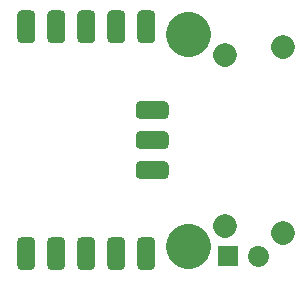
<source format=gbr>
%TF.GenerationSoftware,KiCad,Pcbnew,(5.1.9)-1*%
%TF.CreationDate,2021-02-17T22:30:47-05:00*%
%TF.ProjectId,dvi-sock,6476692d-736f-4636-9b2e-6b696361645f,rev?*%
%TF.SameCoordinates,Original*%
%TF.FileFunction,Soldermask,Bot*%
%TF.FilePolarity,Negative*%
%FSLAX46Y46*%
G04 Gerber Fmt 4.6, Leading zero omitted, Abs format (unit mm)*
G04 Created by KiCad (PCBNEW (5.1.9)-1) date 2021-02-17 22:30:47*
%MOMM*%
%LPD*%
G01*
G04 APERTURE LIST*
%ADD10C,3.800000*%
%ADD11C,0.100000*%
%ADD12C,1.800000*%
%ADD13C,0.700000*%
%ADD14C,2.000000*%
%ADD15C,2.100000*%
%ADD16C,1.900000*%
%ADD17R,1.700000X1.700000*%
%ADD18O,1.700000X1.700000*%
%ADD19C,0.600000*%
G04 APERTURE END LIST*
D10*
X156500000Y-94000000D02*
X156500000Y-94000000D01*
D11*
X159900000Y-94800000D02*
X159900000Y-94800000D01*
D12*
X162440000Y-94800000D02*
X162440000Y-94800000D01*
D10*
X156500000Y-76000000D02*
X156500000Y-76000000D01*
D13*
X142840000Y-95500000D02*
X142840000Y-95500000D01*
D11*
X142840000Y-94600000D02*
X142840000Y-94600000D01*
X145380000Y-94600000D02*
X145380000Y-94600000D01*
D13*
X145380000Y-95500000D02*
X145380000Y-95500000D01*
X147920000Y-95500000D02*
X147920000Y-95500000D01*
D11*
X147920000Y-94600000D02*
X147920000Y-94600000D01*
X150460000Y-94600000D02*
X150460000Y-94600000D01*
D13*
X150460000Y-95500000D02*
X150460000Y-95500000D01*
X153000000Y-95500000D02*
X153000000Y-95500000D01*
D11*
X153000000Y-94600000D02*
X153000000Y-94600000D01*
D13*
X153000000Y-74500000D02*
X153000000Y-74500000D01*
D11*
X153000000Y-75400000D02*
X153000000Y-75400000D01*
X150460000Y-75400000D02*
X150460000Y-75400000D01*
D13*
X150460000Y-74500000D02*
X150460000Y-74500000D01*
X147920000Y-74500000D02*
X147920000Y-74500000D01*
D11*
X147920000Y-75400000D02*
X147920000Y-75400000D01*
D13*
X145380000Y-74500000D02*
X145380000Y-74500000D01*
D11*
X145380000Y-75400000D02*
X145380000Y-75400000D01*
X142840000Y-75400000D02*
X142840000Y-75400000D01*
D13*
X142840000Y-74500000D02*
X142840000Y-74500000D01*
X154400000Y-87540000D02*
X154400000Y-87540000D01*
D11*
X153500000Y-87540000D02*
X153500000Y-87540000D01*
D13*
X154400000Y-85000000D02*
X154400000Y-85000000D01*
D11*
X153500000Y-85000000D02*
X153500000Y-85000000D01*
D13*
X154400000Y-82460000D02*
X154400000Y-82460000D01*
D11*
X153500000Y-82460000D02*
X153500000Y-82460000D01*
D14*
X164600000Y-77150000D02*
X164600000Y-77150000D01*
X159700000Y-77750000D02*
X159700000Y-77750000D01*
X159700000Y-92250000D02*
X159700000Y-92250000D01*
X164600000Y-92850000D02*
X164600000Y-92850000D01*
D15*
%TO.C,REF\u002A\u002A*%
X156500000Y-94000000D03*
%TD*%
%TO.C,REF\u002A\u002A*%
X156500000Y-76000000D03*
%TD*%
D16*
%TO.C,J4*%
X164599960Y-77149400D03*
X164599960Y-92849400D03*
X159699960Y-77749400D03*
X159699960Y-92249400D03*
%TD*%
D17*
%TO.C,J5*%
X159900620Y-94800420D03*
D18*
X162440620Y-94800420D03*
%TD*%
%TO.C,J1*%
G36*
G01*
X142077440Y-95620260D02*
X142077440Y-93582260D01*
G75*
G02*
X142458440Y-93201260I381000J0D01*
G01*
X143220440Y-93201260D01*
G75*
G02*
X143601440Y-93582260I0J-381000D01*
G01*
X143601440Y-95620260D01*
G75*
G02*
X143220440Y-96001260I-381000J0D01*
G01*
X142458440Y-96001260D01*
G75*
G02*
X142077440Y-95620260I0J381000D01*
G01*
G37*
D19*
X142839440Y-95501260D03*
G36*
G01*
X144617440Y-95620260D02*
X144617440Y-93582260D01*
G75*
G02*
X144998440Y-93201260I381000J0D01*
G01*
X145760440Y-93201260D01*
G75*
G02*
X146141440Y-93582260I0J-381000D01*
G01*
X146141440Y-95620260D01*
G75*
G02*
X145760440Y-96001260I-381000J0D01*
G01*
X144998440Y-96001260D01*
G75*
G02*
X144617440Y-95620260I0J381000D01*
G01*
G37*
X145379440Y-95501260D03*
X147919440Y-95501260D03*
G36*
G01*
X147157440Y-95620260D02*
X147157440Y-93582260D01*
G75*
G02*
X147538440Y-93201260I381000J0D01*
G01*
X148300440Y-93201260D01*
G75*
G02*
X148681440Y-93582260I0J-381000D01*
G01*
X148681440Y-95620260D01*
G75*
G02*
X148300440Y-96001260I-381000J0D01*
G01*
X147538440Y-96001260D01*
G75*
G02*
X147157440Y-95620260I0J381000D01*
G01*
G37*
G36*
G01*
X149697440Y-95620260D02*
X149697440Y-93582260D01*
G75*
G02*
X150078440Y-93201260I381000J0D01*
G01*
X150840440Y-93201260D01*
G75*
G02*
X151221440Y-93582260I0J-381000D01*
G01*
X151221440Y-95620260D01*
G75*
G02*
X150840440Y-96001260I-381000J0D01*
G01*
X150078440Y-96001260D01*
G75*
G02*
X149697440Y-95620260I0J381000D01*
G01*
G37*
X150459440Y-95501260D03*
G36*
G01*
X152237440Y-95620260D02*
X152237440Y-93582260D01*
G75*
G02*
X152618440Y-93201260I381000J0D01*
G01*
X153380440Y-93201260D01*
G75*
G02*
X153761440Y-93582260I0J-381000D01*
G01*
X153761440Y-95620260D01*
G75*
G02*
X153380440Y-96001260I-381000J0D01*
G01*
X152618440Y-96001260D01*
G75*
G02*
X152237440Y-95620260I0J381000D01*
G01*
G37*
X152999440Y-95501260D03*
%TD*%
%TO.C,J3*%
X154403860Y-87536020D03*
G36*
G01*
X154522860Y-88298020D02*
X152484860Y-88298020D01*
G75*
G02*
X152103860Y-87917020I0J381000D01*
G01*
X152103860Y-87155020D01*
G75*
G02*
X152484860Y-86774020I381000J0D01*
G01*
X154522860Y-86774020D01*
G75*
G02*
X154903860Y-87155020I0J-381000D01*
G01*
X154903860Y-87917020D01*
G75*
G02*
X154522860Y-88298020I-381000J0D01*
G01*
G37*
G36*
G01*
X154522860Y-85758020D02*
X152484860Y-85758020D01*
G75*
G02*
X152103860Y-85377020I0J381000D01*
G01*
X152103860Y-84615020D01*
G75*
G02*
X152484860Y-84234020I381000J0D01*
G01*
X154522860Y-84234020D01*
G75*
G02*
X154903860Y-84615020I0J-381000D01*
G01*
X154903860Y-85377020D01*
G75*
G02*
X154522860Y-85758020I-381000J0D01*
G01*
G37*
X154403860Y-84996020D03*
G36*
G01*
X154522860Y-83218020D02*
X152484860Y-83218020D01*
G75*
G02*
X152103860Y-82837020I0J381000D01*
G01*
X152103860Y-82075020D01*
G75*
G02*
X152484860Y-81694020I381000J0D01*
G01*
X154522860Y-81694020D01*
G75*
G02*
X154903860Y-82075020I0J-381000D01*
G01*
X154903860Y-82837020D01*
G75*
G02*
X154522860Y-83218020I-381000J0D01*
G01*
G37*
X154403860Y-82456020D03*
%TD*%
%TO.C,J2*%
G36*
G01*
X153763980Y-74381940D02*
X153763980Y-76419940D01*
G75*
G02*
X153382980Y-76800940I-381000J0D01*
G01*
X152620980Y-76800940D01*
G75*
G02*
X152239980Y-76419940I0J381000D01*
G01*
X152239980Y-74381940D01*
G75*
G02*
X152620980Y-74000940I381000J0D01*
G01*
X153382980Y-74000940D01*
G75*
G02*
X153763980Y-74381940I0J-381000D01*
G01*
G37*
X153001980Y-74500940D03*
G36*
G01*
X151223980Y-74381940D02*
X151223980Y-76419940D01*
G75*
G02*
X150842980Y-76800940I-381000J0D01*
G01*
X150080980Y-76800940D01*
G75*
G02*
X149699980Y-76419940I0J381000D01*
G01*
X149699980Y-74381940D01*
G75*
G02*
X150080980Y-74000940I381000J0D01*
G01*
X150842980Y-74000940D01*
G75*
G02*
X151223980Y-74381940I0J-381000D01*
G01*
G37*
X150461980Y-74500940D03*
X147921980Y-74500940D03*
G36*
G01*
X148683980Y-74381940D02*
X148683980Y-76419940D01*
G75*
G02*
X148302980Y-76800940I-381000J0D01*
G01*
X147540980Y-76800940D01*
G75*
G02*
X147159980Y-76419940I0J381000D01*
G01*
X147159980Y-74381940D01*
G75*
G02*
X147540980Y-74000940I381000J0D01*
G01*
X148302980Y-74000940D01*
G75*
G02*
X148683980Y-74381940I0J-381000D01*
G01*
G37*
G36*
G01*
X146143980Y-74381940D02*
X146143980Y-76419940D01*
G75*
G02*
X145762980Y-76800940I-381000J0D01*
G01*
X145000980Y-76800940D01*
G75*
G02*
X144619980Y-76419940I0J381000D01*
G01*
X144619980Y-74381940D01*
G75*
G02*
X145000980Y-74000940I381000J0D01*
G01*
X145762980Y-74000940D01*
G75*
G02*
X146143980Y-74381940I0J-381000D01*
G01*
G37*
X145381980Y-74500940D03*
G36*
G01*
X143603980Y-74381940D02*
X143603980Y-76419940D01*
G75*
G02*
X143222980Y-76800940I-381000J0D01*
G01*
X142460980Y-76800940D01*
G75*
G02*
X142079980Y-76419940I0J381000D01*
G01*
X142079980Y-74381940D01*
G75*
G02*
X142460980Y-74000940I381000J0D01*
G01*
X143222980Y-74000940D01*
G75*
G02*
X143603980Y-74381940I0J-381000D01*
G01*
G37*
X142841980Y-74500940D03*
%TD*%
M02*

</source>
